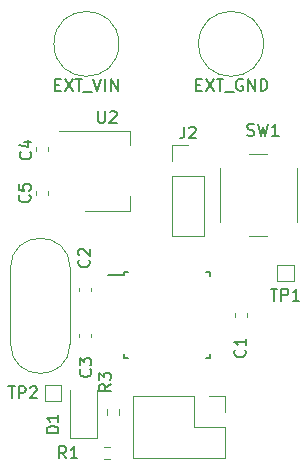
<source format=gbr>
%TF.GenerationSoftware,KiCad,Pcbnew,6.0.11+dfsg-1*%
%TF.CreationDate,2023-09-04T21:51:10-07:00*%
%TF.ProjectId,electrical_intro_project,656c6563-7472-4696-9361-6c5f696e7472,rev?*%
%TF.SameCoordinates,Original*%
%TF.FileFunction,Legend,Top*%
%TF.FilePolarity,Positive*%
%FSLAX46Y46*%
G04 Gerber Fmt 4.6, Leading zero omitted, Abs format (unit mm)*
G04 Created by KiCad (PCBNEW 6.0.11+dfsg-1) date 2023-09-04 21:51:10*
%MOMM*%
%LPD*%
G01*
G04 APERTURE LIST*
%ADD10C,0.150000*%
%ADD11C,0.120000*%
G04 APERTURE END LIST*
D10*
%TO.C,R1*%
X141438333Y-123642380D02*
X141105000Y-123166190D01*
X140866904Y-123642380D02*
X140866904Y-122642380D01*
X141247857Y-122642380D01*
X141343095Y-122690000D01*
X141390714Y-122737619D01*
X141438333Y-122832857D01*
X141438333Y-122975714D01*
X141390714Y-123070952D01*
X141343095Y-123118571D01*
X141247857Y-123166190D01*
X140866904Y-123166190D01*
X142390714Y-123642380D02*
X141819285Y-123642380D01*
X142105000Y-123642380D02*
X142105000Y-122642380D01*
X142009761Y-122785238D01*
X141914523Y-122880476D01*
X141819285Y-122928095D01*
%TO.C,TP1*%
X158758095Y-109307380D02*
X159329523Y-109307380D01*
X159043809Y-110307380D02*
X159043809Y-109307380D01*
X159662857Y-110307380D02*
X159662857Y-109307380D01*
X160043809Y-109307380D01*
X160139047Y-109355000D01*
X160186666Y-109402619D01*
X160234285Y-109497857D01*
X160234285Y-109640714D01*
X160186666Y-109735952D01*
X160139047Y-109783571D01*
X160043809Y-109831190D01*
X159662857Y-109831190D01*
X161186666Y-110307380D02*
X160615238Y-110307380D01*
X160900952Y-110307380D02*
X160900952Y-109307380D01*
X160805714Y-109450238D01*
X160710476Y-109545476D01*
X160615238Y-109593095D01*
%TO.C,D1*%
X140787380Y-121493095D02*
X139787380Y-121493095D01*
X139787380Y-121255000D01*
X139835000Y-121112142D01*
X139930238Y-121016904D01*
X140025476Y-120969285D01*
X140215952Y-120921666D01*
X140358809Y-120921666D01*
X140549285Y-120969285D01*
X140644523Y-121016904D01*
X140739761Y-121112142D01*
X140787380Y-121255000D01*
X140787380Y-121493095D01*
X140787380Y-119969285D02*
X140787380Y-120540714D01*
X140787380Y-120255000D02*
X139787380Y-120255000D01*
X139930238Y-120350238D01*
X140025476Y-120445476D01*
X140073095Y-120540714D01*
%TO.C,R3*%
X145232380Y-117364166D02*
X144756190Y-117697500D01*
X145232380Y-117935595D02*
X144232380Y-117935595D01*
X144232380Y-117554642D01*
X144280000Y-117459404D01*
X144327619Y-117411785D01*
X144422857Y-117364166D01*
X144565714Y-117364166D01*
X144660952Y-117411785D01*
X144708571Y-117459404D01*
X144756190Y-117554642D01*
X144756190Y-117935595D01*
X144232380Y-117030833D02*
X144232380Y-116411785D01*
X144613333Y-116745119D01*
X144613333Y-116602261D01*
X144660952Y-116507023D01*
X144708571Y-116459404D01*
X144803809Y-116411785D01*
X145041904Y-116411785D01*
X145137142Y-116459404D01*
X145184761Y-116507023D01*
X145232380Y-116602261D01*
X145232380Y-116887976D01*
X145184761Y-116983214D01*
X145137142Y-117030833D01*
%TO.C,C4*%
X138406142Y-97702666D02*
X138453761Y-97750285D01*
X138501380Y-97893142D01*
X138501380Y-97988380D01*
X138453761Y-98131238D01*
X138358523Y-98226476D01*
X138263285Y-98274095D01*
X138072809Y-98321714D01*
X137929952Y-98321714D01*
X137739476Y-98274095D01*
X137644238Y-98226476D01*
X137549000Y-98131238D01*
X137501380Y-97988380D01*
X137501380Y-97893142D01*
X137549000Y-97750285D01*
X137596619Y-97702666D01*
X137834714Y-96845523D02*
X138501380Y-96845523D01*
X137453761Y-97083619D02*
X138168047Y-97321714D01*
X138168047Y-96702666D01*
%TO.C,U2*%
X144138095Y-94262380D02*
X144138095Y-95071904D01*
X144185714Y-95167142D01*
X144233333Y-95214761D01*
X144328571Y-95262380D01*
X144519047Y-95262380D01*
X144614285Y-95214761D01*
X144661904Y-95167142D01*
X144709523Y-95071904D01*
X144709523Y-94262380D01*
X145138095Y-94357619D02*
X145185714Y-94310000D01*
X145280952Y-94262380D01*
X145519047Y-94262380D01*
X145614285Y-94310000D01*
X145661904Y-94357619D01*
X145709523Y-94452857D01*
X145709523Y-94548095D01*
X145661904Y-94690952D01*
X145090476Y-95262380D01*
X145709523Y-95262380D01*
%TO.C,TP6*%
X152471809Y-92003571D02*
X152805142Y-92003571D01*
X152948000Y-92527380D02*
X152471809Y-92527380D01*
X152471809Y-91527380D01*
X152948000Y-91527380D01*
X153281333Y-91527380D02*
X153948000Y-92527380D01*
X153948000Y-91527380D02*
X153281333Y-92527380D01*
X154186095Y-91527380D02*
X154757523Y-91527380D01*
X154471809Y-92527380D02*
X154471809Y-91527380D01*
X154852761Y-92622619D02*
X155614666Y-92622619D01*
X156376571Y-91575000D02*
X156281333Y-91527380D01*
X156138476Y-91527380D01*
X155995619Y-91575000D01*
X155900380Y-91670238D01*
X155852761Y-91765476D01*
X155805142Y-91955952D01*
X155805142Y-92098809D01*
X155852761Y-92289285D01*
X155900380Y-92384523D01*
X155995619Y-92479761D01*
X156138476Y-92527380D01*
X156233714Y-92527380D01*
X156376571Y-92479761D01*
X156424190Y-92432142D01*
X156424190Y-92098809D01*
X156233714Y-92098809D01*
X156852761Y-92527380D02*
X156852761Y-91527380D01*
X157424190Y-92527380D01*
X157424190Y-91527380D01*
X157900380Y-92527380D02*
X157900380Y-91527380D01*
X158138476Y-91527380D01*
X158281333Y-91575000D01*
X158376571Y-91670238D01*
X158424190Y-91765476D01*
X158471809Y-91955952D01*
X158471809Y-92098809D01*
X158424190Y-92289285D01*
X158376571Y-92384523D01*
X158281333Y-92479761D01*
X158138476Y-92527380D01*
X157900380Y-92527380D01*
%TO.C,TP2*%
X136533095Y-117562380D02*
X137104523Y-117562380D01*
X136818809Y-118562380D02*
X136818809Y-117562380D01*
X137437857Y-118562380D02*
X137437857Y-117562380D01*
X137818809Y-117562380D01*
X137914047Y-117610000D01*
X137961666Y-117657619D01*
X138009285Y-117752857D01*
X138009285Y-117895714D01*
X137961666Y-117990952D01*
X137914047Y-118038571D01*
X137818809Y-118086190D01*
X137437857Y-118086190D01*
X138390238Y-117657619D02*
X138437857Y-117610000D01*
X138533095Y-117562380D01*
X138771190Y-117562380D01*
X138866428Y-117610000D01*
X138914047Y-117657619D01*
X138961666Y-117752857D01*
X138961666Y-117848095D01*
X138914047Y-117990952D01*
X138342619Y-118562380D01*
X138961666Y-118562380D01*
%TO.C,C1*%
X156567142Y-114466666D02*
X156614761Y-114514285D01*
X156662380Y-114657142D01*
X156662380Y-114752380D01*
X156614761Y-114895238D01*
X156519523Y-114990476D01*
X156424285Y-115038095D01*
X156233809Y-115085714D01*
X156090952Y-115085714D01*
X155900476Y-115038095D01*
X155805238Y-114990476D01*
X155710000Y-114895238D01*
X155662380Y-114752380D01*
X155662380Y-114657142D01*
X155710000Y-114514285D01*
X155757619Y-114466666D01*
X156662380Y-113514285D02*
X156662380Y-114085714D01*
X156662380Y-113800000D02*
X155662380Y-113800000D01*
X155805238Y-113895238D01*
X155900476Y-113990476D01*
X155948095Y-114085714D01*
%TO.C,J2*%
X151431666Y-95562380D02*
X151431666Y-96276666D01*
X151384047Y-96419523D01*
X151288809Y-96514761D01*
X151145952Y-96562380D01*
X151050714Y-96562380D01*
X151860238Y-95657619D02*
X151907857Y-95610000D01*
X152003095Y-95562380D01*
X152241190Y-95562380D01*
X152336428Y-95610000D01*
X152384047Y-95657619D01*
X152431666Y-95752857D01*
X152431666Y-95848095D01*
X152384047Y-95990952D01*
X151812619Y-96562380D01*
X152431666Y-96562380D01*
%TO.C,C2*%
X143359142Y-106846666D02*
X143406761Y-106894285D01*
X143454380Y-107037142D01*
X143454380Y-107132380D01*
X143406761Y-107275238D01*
X143311523Y-107370476D01*
X143216285Y-107418095D01*
X143025809Y-107465714D01*
X142882952Y-107465714D01*
X142692476Y-107418095D01*
X142597238Y-107370476D01*
X142502000Y-107275238D01*
X142454380Y-107132380D01*
X142454380Y-107037142D01*
X142502000Y-106894285D01*
X142549619Y-106846666D01*
X142549619Y-106465714D02*
X142502000Y-106418095D01*
X142454380Y-106322857D01*
X142454380Y-106084761D01*
X142502000Y-105989523D01*
X142549619Y-105941904D01*
X142644857Y-105894285D01*
X142740095Y-105894285D01*
X142882952Y-105941904D01*
X143454380Y-106513333D01*
X143454380Y-105894285D01*
%TO.C,C5*%
X138327142Y-101364166D02*
X138374761Y-101411785D01*
X138422380Y-101554642D01*
X138422380Y-101649880D01*
X138374761Y-101792738D01*
X138279523Y-101887976D01*
X138184285Y-101935595D01*
X137993809Y-101983214D01*
X137850952Y-101983214D01*
X137660476Y-101935595D01*
X137565238Y-101887976D01*
X137470000Y-101792738D01*
X137422380Y-101649880D01*
X137422380Y-101554642D01*
X137470000Y-101411785D01*
X137517619Y-101364166D01*
X137422380Y-100459404D02*
X137422380Y-100935595D01*
X137898571Y-100983214D01*
X137850952Y-100935595D01*
X137803333Y-100840357D01*
X137803333Y-100602261D01*
X137850952Y-100507023D01*
X137898571Y-100459404D01*
X137993809Y-100411785D01*
X138231904Y-100411785D01*
X138327142Y-100459404D01*
X138374761Y-100507023D01*
X138422380Y-100602261D01*
X138422380Y-100840357D01*
X138374761Y-100935595D01*
X138327142Y-100983214D01*
%TO.C,SW1*%
X156781666Y-96289761D02*
X156924523Y-96337380D01*
X157162619Y-96337380D01*
X157257857Y-96289761D01*
X157305476Y-96242142D01*
X157353095Y-96146904D01*
X157353095Y-96051666D01*
X157305476Y-95956428D01*
X157257857Y-95908809D01*
X157162619Y-95861190D01*
X156972142Y-95813571D01*
X156876904Y-95765952D01*
X156829285Y-95718333D01*
X156781666Y-95623095D01*
X156781666Y-95527857D01*
X156829285Y-95432619D01*
X156876904Y-95385000D01*
X156972142Y-95337380D01*
X157210238Y-95337380D01*
X157353095Y-95385000D01*
X157686428Y-95337380D02*
X157924523Y-96337380D01*
X158115000Y-95623095D01*
X158305476Y-96337380D01*
X158543571Y-95337380D01*
X159448333Y-96337380D02*
X158876904Y-96337380D01*
X159162619Y-96337380D02*
X159162619Y-95337380D01*
X159067380Y-95480238D01*
X158972142Y-95575476D01*
X158876904Y-95623095D01*
%TO.C,C3*%
X143486142Y-116117666D02*
X143533761Y-116165285D01*
X143581380Y-116308142D01*
X143581380Y-116403380D01*
X143533761Y-116546238D01*
X143438523Y-116641476D01*
X143343285Y-116689095D01*
X143152809Y-116736714D01*
X143009952Y-116736714D01*
X142819476Y-116689095D01*
X142724238Y-116641476D01*
X142629000Y-116546238D01*
X142581380Y-116403380D01*
X142581380Y-116308142D01*
X142629000Y-116165285D01*
X142676619Y-116117666D01*
X142581380Y-115784333D02*
X142581380Y-115165285D01*
X142962333Y-115498619D01*
X142962333Y-115355761D01*
X143009952Y-115260523D01*
X143057571Y-115212904D01*
X143152809Y-115165285D01*
X143390904Y-115165285D01*
X143486142Y-115212904D01*
X143533761Y-115260523D01*
X143581380Y-115355761D01*
X143581380Y-115641476D01*
X143533761Y-115736714D01*
X143486142Y-115784333D01*
%TO.C,TP5*%
X140507142Y-92038571D02*
X140840476Y-92038571D01*
X140983333Y-92562380D02*
X140507142Y-92562380D01*
X140507142Y-91562380D01*
X140983333Y-91562380D01*
X141316666Y-91562380D02*
X141983333Y-92562380D01*
X141983333Y-91562380D02*
X141316666Y-92562380D01*
X142221428Y-91562380D02*
X142792857Y-91562380D01*
X142507142Y-92562380D02*
X142507142Y-91562380D01*
X142888095Y-92657619D02*
X143650000Y-92657619D01*
X143745238Y-91562380D02*
X144078571Y-92562380D01*
X144411904Y-91562380D01*
X144745238Y-92562380D02*
X144745238Y-91562380D01*
X145221428Y-92562380D02*
X145221428Y-91562380D01*
X145792857Y-92562380D01*
X145792857Y-91562380D01*
D11*
%TO.C,R1*%
X145147224Y-122667500D02*
X144637776Y-122667500D01*
X145147224Y-123712500D02*
X144637776Y-123712500D01*
%TO.C,TP1*%
X160720000Y-108650000D02*
X159320000Y-108650000D01*
X159320000Y-107250000D02*
X160720000Y-107250000D01*
X160720000Y-107250000D02*
X160720000Y-108650000D01*
X159320000Y-108650000D02*
X159320000Y-107250000D01*
%TO.C,D1*%
X141740000Y-121945000D02*
X144010000Y-121945000D01*
X141740000Y-117885000D02*
X141740000Y-121945000D01*
X144010000Y-121945000D02*
X144010000Y-117885000D01*
%TO.C,R3*%
X144892500Y-119992224D02*
X144892500Y-119482776D01*
X145937500Y-119992224D02*
X145937500Y-119482776D01*
%TO.C,C4*%
X138890000Y-97301233D02*
X138890000Y-97593767D01*
X139910000Y-97301233D02*
X139910000Y-97593767D01*
%TO.C,U2*%
X146810000Y-95900000D02*
X146810000Y-97160000D01*
X140800000Y-95900000D02*
X146810000Y-95900000D01*
X146810000Y-102720000D02*
X146810000Y-101460000D01*
X143050000Y-102720000D02*
X146810000Y-102720000D01*
%TO.C,TP6*%
X158150000Y-88560000D02*
G75*
G03*
X158150000Y-88560000I-2750000J0D01*
G01*
%TO.C,J1*%
X152255000Y-120995000D02*
X154855000Y-120995000D01*
X152255000Y-118395000D02*
X152255000Y-120995000D01*
X154855000Y-120995000D02*
X154855000Y-123595000D01*
X152255000Y-118395000D02*
X147115000Y-118395000D01*
X153525000Y-118395000D02*
X154855000Y-118395000D01*
X154855000Y-118395000D02*
X154855000Y-119725000D01*
X154855000Y-123595000D02*
X147115000Y-123595000D01*
X147115000Y-118395000D02*
X147115000Y-123595000D01*
%TO.C,Y1*%
X141775000Y-107540000D02*
X141775000Y-113940000D01*
X136725000Y-107540000D02*
X136725000Y-113940000D01*
X141775000Y-107540000D02*
G75*
G03*
X136725000Y-107540000I-2525000J0D01*
G01*
X136725000Y-113940000D02*
G75*
G03*
X141775000Y-113940000I2525000J0D01*
G01*
%TO.C,TP2*%
X139635000Y-118810000D02*
X139635000Y-117410000D01*
X139635000Y-117410000D02*
X141035000Y-117410000D01*
X141035000Y-118810000D02*
X139635000Y-118810000D01*
X141035000Y-117410000D02*
X141035000Y-118810000D01*
%TO.C,C1*%
X156720000Y-111658767D02*
X156720000Y-111366233D01*
X155700000Y-111658767D02*
X155700000Y-111366233D01*
D10*
%TO.C,U1*%
X146375000Y-107875000D02*
X146375000Y-108100000D01*
X153625000Y-107875000D02*
X153300000Y-107875000D01*
X146375000Y-115125000D02*
X146700000Y-115125000D01*
X153625000Y-107875000D02*
X153625000Y-108200000D01*
X153625000Y-115125000D02*
X153300000Y-115125000D01*
X153625000Y-115125000D02*
X153625000Y-114800000D01*
X146375000Y-108100000D02*
X144950000Y-108100000D01*
X146375000Y-107875000D02*
X146700000Y-107875000D01*
X146375000Y-115125000D02*
X146375000Y-114800000D01*
D11*
%TO.C,J2*%
X150435000Y-97110000D02*
X151765000Y-97110000D01*
X150435000Y-104850000D02*
X153095000Y-104850000D01*
X153095000Y-99710000D02*
X153095000Y-104850000D01*
X150435000Y-99710000D02*
X153095000Y-99710000D01*
X150435000Y-98440000D02*
X150435000Y-97110000D01*
X150435000Y-99710000D02*
X150435000Y-104850000D01*
%TO.C,C2*%
X143510000Y-109216233D02*
X143510000Y-109508767D01*
X142490000Y-109216233D02*
X142490000Y-109508767D01*
%TO.C,C5*%
X139910000Y-101343767D02*
X139910000Y-101051233D01*
X138890000Y-101343767D02*
X138890000Y-101051233D01*
%TO.C,SW1*%
X154460000Y-99100000D02*
X154460000Y-103600000D01*
X158460000Y-97850000D02*
X156960000Y-97850000D01*
X156960000Y-104850000D02*
X158460000Y-104850000D01*
X160960000Y-103600000D02*
X160960000Y-99100000D01*
%TO.C,C3*%
X142490000Y-113396267D02*
X142490000Y-113103733D01*
X143510000Y-113396267D02*
X143510000Y-113103733D01*
%TO.C,TP5*%
X145900000Y-88560000D02*
G75*
G03*
X145900000Y-88560000I-2750000J0D01*
G01*
%TD*%
M02*

</source>
